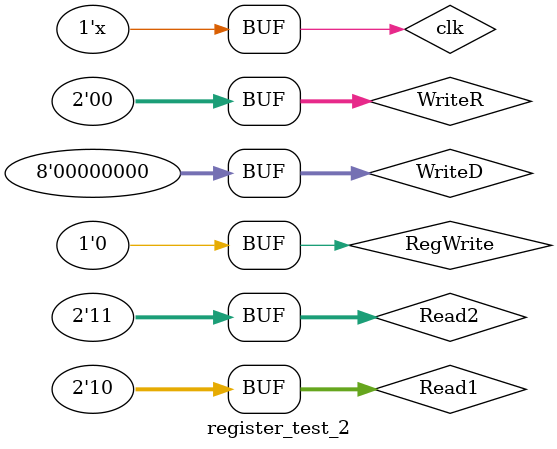
<source format=v>
`timescale 1ns / 1ps


module register_test_2;

	// Inputs
	reg clk;
	reg RegWrite;
	reg [1:0] Read1;
	reg [1:0] Read2;
	reg [1:0] WriteR;
	reg [7:0] WriteD;

	// Outputs
	wire [7:0] ReadD1;
	wire [7:0] ReadD2;

	// Instantiate the Unit Under Test (UUT)
	register uut (
		.clk(clk), 
		.RegWrite(RegWrite), 
		.Read1(Read1), 
		.Read2(Read2), 
		.WriteR(WriteR), 
		.WriteD(WriteD), 
		.ReadD1(ReadD1), 
		.ReadD2(ReadD2)
	);

   always #10 clk = ~clk;
	
	initial begin
		// Initialize Inputs
		clk = 0;
		RegWrite = 0;
		Read1 = 0;
		Read2 = 0;
		WriteR = 0;
		WriteD = 0;

		// Wait 100 ns for global reset to finish
		#100;
		// Add stimulus here

	   RegWrite = 1;
		Read1 = 0;
		Read2 = 0;
		WriteR = 2'b00;
		WriteD = 8'hAA;
		#100
		
		RegWrite = 1;
		Read1 = 0;
		Read2 = 0;
		WriteR = 2'b01;
		WriteD = 8'hFF;
		#100
		
		RegWrite = 1;
		Read1 = 0;
		Read2 = 0;
		WriteR = 2'b10;
		WriteD = 8'h11;
		#100
		
		RegWrite = 1;
		Read1 = 0;
		Read2 = 0;
		WriteR = 2'b11;
		WriteD = 8'hAB;
		#100
		
		RegWrite = 0;
		Read1 = 2'b00;
		Read2 = 2'b01;
		WriteR = 0;
		WriteD = 0;
		#100
		
		RegWrite = 0;
		Read1 = 2'b10;
		Read2 = 2'b11;
		WriteR = 0;
		WriteD = 0;
		

	end
      
endmodule


</source>
